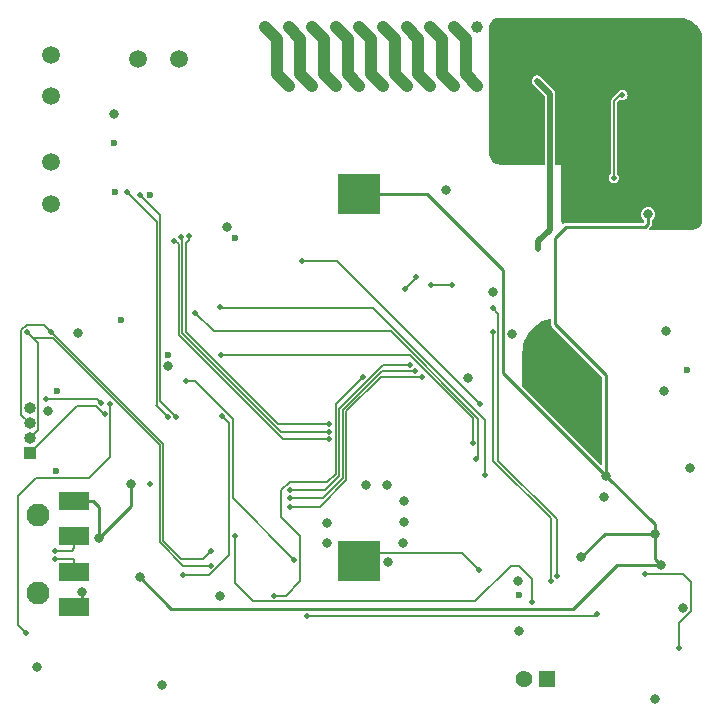
<source format=gbr>
%TF.GenerationSoftware,KiCad,Pcbnew,(6.0.0)*%
%TF.CreationDate,2022-06-10T16:52:28+01:00*%
%TF.ProjectId,flora,666c6f72-612e-46b6-9963-61645f706362,B*%
%TF.SameCoordinates,Original*%
%TF.FileFunction,Copper,L4,Bot*%
%TF.FilePolarity,Positive*%
%FSLAX46Y46*%
G04 Gerber Fmt 4.6, Leading zero omitted, Abs format (unit mm)*
G04 Created by KiCad (PCBNEW (6.0.0)) date 2022-06-10 16:52:28*
%MOMM*%
%LPD*%
G01*
G04 APERTURE LIST*
%TA.AperFunction,EtchedComponent*%
%ADD10C,1.000000*%
%TD*%
%TA.AperFunction,ComponentPad*%
%ADD11C,1.950000*%
%TD*%
%TA.AperFunction,ComponentPad*%
%ADD12C,1.500000*%
%TD*%
%TA.AperFunction,ComponentPad*%
%ADD13R,1.425000X1.425000*%
%TD*%
%TA.AperFunction,ComponentPad*%
%ADD14C,1.425000*%
%TD*%
%TA.AperFunction,ComponentPad*%
%ADD15R,1.000000X1.000000*%
%TD*%
%TA.AperFunction,ComponentPad*%
%ADD16O,1.000000X1.000000*%
%TD*%
%TA.AperFunction,ComponentPad*%
%ADD17C,1.000000*%
%TD*%
%TA.AperFunction,SMDPad,CuDef*%
%ADD18R,3.600000X3.400000*%
%TD*%
%TA.AperFunction,SMDPad,CuDef*%
%ADD19R,2.540000X1.524000*%
%TD*%
%TA.AperFunction,ViaPad*%
%ADD20C,0.500000*%
%TD*%
%TA.AperFunction,ViaPad*%
%ADD21C,0.800000*%
%TD*%
%TA.AperFunction,ViaPad*%
%ADD22C,0.600000*%
%TD*%
%TA.AperFunction,Conductor*%
%ADD23C,0.150000*%
%TD*%
%TA.AperFunction,Conductor*%
%ADD24C,0.250000*%
%TD*%
%TA.AperFunction,Conductor*%
%ADD25C,0.200000*%
%TD*%
%TA.AperFunction,Conductor*%
%ADD26C,0.500000*%
%TD*%
G04 APERTURE END LIST*
D10*
%TO.C,AE1*%
X213250000Y-108250000D02*
X213250000Y-111250000D01*
X197250000Y-108250000D02*
X197250000Y-111250000D01*
X209250000Y-108250000D02*
X209250000Y-111250000D01*
X197250000Y-111250000D02*
X198250000Y-112250000D01*
X204250000Y-107250000D02*
X205250000Y-108250000D01*
X207250000Y-108250000D02*
X207250000Y-111250000D01*
X206250000Y-107250000D02*
X207250000Y-108250000D01*
X207250000Y-111250000D02*
X208250000Y-112250000D01*
X212250000Y-107250000D02*
X213250000Y-108250000D01*
X200250000Y-107250000D02*
X201250000Y-108250000D01*
X198250000Y-107250000D02*
X199250000Y-108250000D01*
X203250000Y-108250000D02*
X203250000Y-111250000D01*
X201250000Y-108250000D02*
X201250000Y-111250000D01*
X199250000Y-111250000D02*
X200250000Y-112250000D01*
X199250000Y-108250000D02*
X199250000Y-111250000D01*
X210250000Y-107250000D02*
X211250000Y-108250000D01*
X202250000Y-107250000D02*
X203250000Y-108250000D01*
X208250000Y-107250000D02*
X209250000Y-108250000D01*
X209250000Y-111250000D02*
X210250000Y-112250000D01*
X203250000Y-111250000D02*
X204250000Y-112250000D01*
X196250000Y-107250000D02*
X197250000Y-108250000D01*
X211250000Y-108250000D02*
X211250000Y-111250000D01*
X211250000Y-111250000D02*
X212250000Y-112250000D01*
X201250000Y-111250000D02*
X202250000Y-112250000D01*
X205250000Y-108250000D02*
X205250000Y-111250000D01*
X213250000Y-111250000D02*
X214250000Y-112250000D01*
X205250000Y-111250000D02*
X206250000Y-112250000D01*
%TD*%
D11*
%TO.P,J4,MH1,MH1*%
%TO.N,unconnected-(J4-PadMH1)*%
X177025000Y-148550000D03*
%TO.P,J4,MH2,MH2*%
%TO.N,unconnected-(J4-PadMH2)*%
X177025000Y-155150000D03*
%TD*%
D12*
%TO.P,J3,1,1*%
%TO.N,GPIO13*%
X189000000Y-109950000D03*
%TO.P,J3,2,2*%
%TO.N,GND*%
X185500000Y-109950000D03*
%TD*%
D13*
%TO.P,J5,1,1*%
%TO.N,GND*%
X220150000Y-162450000D03*
D14*
%TO.P,J5,2,2*%
%TO.N,+VSW*%
X218150000Y-162450000D03*
%TD*%
D15*
%TO.P,J6,1,Pin_1*%
%TO.N,/Microcontroller/DTR*%
X176350000Y-143350000D03*
D16*
%TO.P,J6,2,Pin_2*%
%TO.N,/Microcontroller/U0TXD*%
X176350000Y-142080000D03*
%TO.P,J6,3,Pin_3*%
%TO.N,/Microcontroller/U0RXD*%
X176350000Y-140810000D03*
%TO.P,J6,4,Pin_4*%
%TO.N,/Microcontroller/RTS*%
X176350000Y-139540000D03*
%TD*%
D17*
%TO.P,AE1,*%
%TO.N,*%
X208250000Y-112250000D03*
X214250000Y-107250000D03*
X208250000Y-107250000D03*
X204250000Y-112250000D03*
X196250000Y-107250000D03*
X204250000Y-107250000D03*
X206250000Y-107250000D03*
X198250000Y-107250000D03*
X200250000Y-107250000D03*
X210250000Y-112250000D03*
X202250000Y-112250000D03*
X206250000Y-112250000D03*
X202250000Y-107250000D03*
X212250000Y-107250000D03*
X210250000Y-107250000D03*
X200250000Y-112250000D03*
X198250000Y-112250000D03*
X212250000Y-112250000D03*
X214250000Y-112250000D03*
%TD*%
D12*
%TO.P,J1,1,1*%
%TO.N,GPIO14*%
X178150000Y-118700000D03*
%TO.P,J1,2,2*%
%TO.N,GND*%
X178150000Y-122200000D03*
%TD*%
%TO.P,J2,1,1*%
%TO.N,GPIO12*%
X178150000Y-109600000D03*
%TO.P,J2,2,2*%
%TO.N,GND*%
X178150000Y-113100000D03*
%TD*%
D18*
%TO.P,BT1,1,+*%
%TO.N,VDD*%
X204198921Y-121350000D03*
%TO.P,BT1,2,-*%
%TO.N,Net-(BT1-Pad2)*%
X204198921Y-152450000D03*
%TD*%
D19*
%TO.P,TP3,1,VBUS*%
%TO.N,VBUS*%
X180100000Y-147350000D03*
%TO.P,TP3,2,D-*%
%TO.N,D-*%
X180100000Y-150350000D03*
%TO.P,TP3,3,D+*%
%TO.N,D+*%
X180100000Y-153350000D03*
%TO.P,TP3,4,GND*%
%TO.N,GND*%
X180100000Y-156350000D03*
%TD*%
D20*
%TO.N,EN*%
X198735523Y-152335523D03*
X183152684Y-139147316D03*
X176050000Y-158550000D03*
X189600000Y-137220000D03*
%TO.N,GPIO0*%
X192620000Y-140180000D03*
X189350000Y-153650000D03*
D21*
%TO.N,VBUS*%
X184950000Y-145950000D03*
X182200000Y-150550000D03*
D20*
%TO.N,GPIO25*%
X214850000Y-145150000D03*
X192450000Y-130950000D03*
%TO.N,GPIO26*%
X190350000Y-131450000D03*
X214150000Y-143850000D03*
%TO.N,GPIO27*%
X192550000Y-135050000D03*
X213850000Y-142450000D03*
%TO.N,GPIO14*%
X199350000Y-127050000D03*
X214450000Y-139150000D03*
X201650000Y-142149006D03*
X188550000Y-125350000D03*
%TO.N,GPIO12*%
X189106944Y-125015834D03*
X201650000Y-141499503D03*
%TO.N,GPIO13*%
X189850000Y-124950000D03*
X201650000Y-140850000D03*
%TO.N,GPIO16*%
X185650000Y-121450000D03*
X188750000Y-140250000D03*
%TO.N,GPIO17*%
X188050000Y-140250000D03*
X184550000Y-121250000D03*
%TO.N,GPIO5*%
X198350000Y-146450000D03*
X208550000Y-135850000D03*
%TO.N,GPIO18*%
X208939702Y-136369602D03*
X198350000Y-147150000D03*
X212050000Y-129050000D03*
X210350000Y-129050000D03*
%TO.N,GPIO21*%
X193724500Y-150350000D03*
X218850000Y-155950000D03*
%TO.N,/Microcontroller/U0RXD*%
X178150000Y-133050000D03*
X191650000Y-151650000D03*
%TO.N,/Microcontroller/U0TXD*%
X191650000Y-152850000D03*
X176150000Y-133050000D03*
%TO.N,GPIO22*%
X199850000Y-157099011D03*
X224400000Y-156950000D03*
%TO.N,Net-(C10-Pad2)*%
X226500000Y-113000000D03*
X225800000Y-120000000D03*
%TO.N,D-*%
X178471551Y-151572048D03*
%TO.N,D+*%
X178500000Y-152250000D03*
D21*
%TO.N,VDD*%
X229750000Y-152824500D03*
X223050000Y-152150000D03*
X229250000Y-150150000D03*
X185650000Y-153850000D03*
X228700000Y-123100000D03*
X225150000Y-145250000D03*
D22*
%TO.N,+3V3*%
X231950000Y-136250000D03*
X183450000Y-117050000D03*
X178650000Y-138089500D03*
X193700000Y-125100000D03*
X188050000Y-134990000D03*
X186550000Y-121450000D03*
X183550000Y-121250000D03*
X184050000Y-132019502D03*
X217750000Y-155350000D03*
X178550000Y-144850000D03*
D20*
%TO.N,Net-(BT1-Pad2)*%
X214350000Y-153250000D03*
%TO.N,Net-(JP5-Pad1)*%
X215550000Y-131050000D03*
X220961323Y-153749500D03*
%TO.N,Net-(D2-Pad1)*%
X231350000Y-159850000D03*
X228450000Y-153550000D03*
%TO.N,Net-(C14-Pad1)*%
X219400000Y-126000000D03*
X219300000Y-111800000D03*
%TO.N,Net-(JP4-Pad1)*%
X220450000Y-154150000D03*
X215550000Y-133050000D03*
%TO.N,Net-(IC7-Pad2)*%
X223550000Y-137850000D03*
%TO.N,/Microcontroller/RTS*%
X182385523Y-139114477D03*
X177750000Y-138750000D03*
%TO.N,/Microcontroller/DTR*%
X182678184Y-140050000D03*
D21*
%TO.N,GND*%
X193000000Y-124200000D03*
D20*
X222300000Y-118300000D03*
D21*
X183450000Y-114650000D03*
X230250000Y-132950000D03*
D20*
X222300000Y-119600000D03*
D21*
X215581672Y-129697778D03*
D20*
X221300000Y-116300000D03*
X232500000Y-116700000D03*
X223300000Y-121600000D03*
X223300000Y-120600000D03*
D21*
X232250000Y-144550000D03*
X187550000Y-162950000D03*
D20*
X223300000Y-122600000D03*
X231400000Y-114700000D03*
D21*
X230050000Y-138062500D03*
D20*
X232500000Y-115700000D03*
X222300000Y-121600000D03*
X222300000Y-117300000D03*
D21*
X180450000Y-133150000D03*
X180800000Y-155050000D03*
D20*
X222300000Y-120600000D03*
X222300000Y-113300000D03*
D21*
X225100000Y-121400000D03*
D20*
X227400000Y-114700000D03*
D21*
X207950000Y-150950000D03*
X192450000Y-155450000D03*
D20*
X232500000Y-113700000D03*
X231400000Y-115700000D03*
X231400000Y-116700000D03*
X222300000Y-114300000D03*
X229400000Y-115700000D03*
X232500000Y-114700000D03*
X222300000Y-115300000D03*
X221300000Y-117300000D03*
X221300000Y-112300000D03*
D21*
X217650000Y-154150000D03*
X208050000Y-149150000D03*
D20*
X223300000Y-119600000D03*
X228400000Y-115700000D03*
X230400000Y-115700000D03*
X221300000Y-113300000D03*
X227400000Y-115700000D03*
X229400000Y-116700000D03*
D21*
X201550000Y-150950000D03*
D20*
X230400000Y-116700000D03*
D21*
X177850000Y-139750000D03*
X231650000Y-156450000D03*
D20*
X229400000Y-114700000D03*
D21*
X217750000Y-158350000D03*
D20*
X222300000Y-123600000D03*
D21*
X217200000Y-133200000D03*
X213450000Y-136950000D03*
D20*
X232500000Y-117700000D03*
D21*
X206698423Y-152550000D03*
X208050000Y-147350000D03*
X204850000Y-146050000D03*
D20*
X230400000Y-114700000D03*
X221300000Y-115300000D03*
X221300000Y-118300000D03*
X222300000Y-112300000D03*
D21*
X188050000Y-135950000D03*
D20*
X227400000Y-116700000D03*
D21*
X201550000Y-149250000D03*
X176950000Y-161450000D03*
D20*
X228400000Y-116700000D03*
X221300000Y-114300000D03*
D21*
X211550000Y-121050000D03*
D20*
X223300000Y-123600000D03*
X222300000Y-122600000D03*
D21*
X229200000Y-109700000D03*
X224950000Y-147050000D03*
D20*
X228400000Y-114700000D03*
D21*
X206550000Y-146050000D03*
D20*
X222300000Y-116300000D03*
D21*
X229250000Y-164150000D03*
D20*
X186550000Y-145950000D03*
%TO.N,GPIO19*%
X209550000Y-136850000D03*
X198350000Y-147850000D03*
%TO.N,GPIO23*%
X197050000Y-155400011D03*
X204514477Y-136914477D03*
X209050000Y-128450000D03*
X208075500Y-129450000D03*
%TD*%
D23*
%TO.N,EN*%
X175350000Y-146950000D02*
X176850000Y-145450000D01*
X190331061Y-137220000D02*
X189600000Y-137220000D01*
X175350000Y-157850000D02*
X175350000Y-146950000D01*
X193549520Y-140438459D02*
X190331061Y-137220000D01*
X183152684Y-143647316D02*
X183152684Y-139147316D01*
X193549520Y-147149520D02*
X193549520Y-140438459D01*
X176050000Y-158550000D02*
X175350000Y-157850000D01*
X198735523Y-152335523D02*
X193549520Y-147149520D01*
X181350000Y-145450000D02*
X183152684Y-143647316D01*
X176850000Y-145450000D02*
X181350000Y-145450000D01*
%TO.N,GPIO0*%
X193250000Y-151921061D02*
X193250000Y-140810000D01*
X189350000Y-153650000D02*
X191521061Y-153650000D01*
X191521061Y-153650000D02*
X193250000Y-151921061D01*
X193250000Y-140810000D02*
X192620000Y-140180000D01*
D24*
%TO.N,VBUS*%
X181700000Y-147350000D02*
X180100000Y-147350000D01*
X184950000Y-147800000D02*
X182200000Y-150550000D01*
X184950000Y-145950000D02*
X184950000Y-147800000D01*
X182200000Y-150550000D02*
X182200000Y-147850000D01*
X182200000Y-147850000D02*
X181700000Y-147350000D01*
D23*
%TO.N,GPIO25*%
X205368232Y-131050000D02*
X192550000Y-131050000D01*
X192550000Y-131050000D02*
X192450000Y-130950000D01*
X214850000Y-145150000D02*
X214850000Y-140531768D01*
X214850000Y-140531768D02*
X205368232Y-131050000D01*
%TO.N,GPIO26*%
X191902677Y-133002677D02*
X206897323Y-133002677D01*
X206897323Y-133002677D02*
X214324511Y-140429864D01*
X214324511Y-143675489D02*
X214150000Y-143850000D01*
X190350000Y-131450000D02*
X191902677Y-133002677D01*
X214324511Y-140429864D02*
X214324511Y-143675489D01*
%TO.N,GPIO27*%
X213850000Y-142450000D02*
X213850000Y-140378939D01*
X213850000Y-140378939D02*
X208521061Y-135050000D01*
X192550000Y-135050000D02*
X208521061Y-135050000D01*
%TO.N,GPIO14*%
X188950000Y-133297170D02*
X188950000Y-125650000D01*
X188650000Y-125350000D02*
X188550000Y-125350000D01*
X214450000Y-139150000D02*
X202350000Y-127050000D01*
X201650000Y-142149006D02*
X197801836Y-142149006D01*
X197801836Y-142149006D02*
X188950000Y-133297170D01*
X202350000Y-127050000D02*
X199350000Y-127050000D01*
X188950000Y-125650000D02*
X188650000Y-125350000D01*
%TO.N,GPIO12*%
X189250000Y-133173585D02*
X189250000Y-125158890D01*
X197575918Y-141499503D02*
X189250000Y-133173585D01*
X201650000Y-141499503D02*
X197575918Y-141499503D01*
X189250000Y-125158890D02*
X189106944Y-125015834D01*
%TO.N,GPIO13*%
X189850000Y-125250000D02*
X189850000Y-124950000D01*
X201650000Y-140850000D02*
X197350000Y-140850000D01*
X189550000Y-133050000D02*
X189550000Y-125550000D01*
X197350000Y-140850000D02*
X189550000Y-133050000D01*
X189550000Y-125550000D02*
X189850000Y-125250000D01*
%TO.N,GPIO16*%
X187375489Y-138875489D02*
X187375489Y-123175489D01*
X188750000Y-140250000D02*
X187375489Y-138875489D01*
X187375489Y-123175489D02*
X185650000Y-121450000D01*
%TO.N,GPIO17*%
X187075969Y-123775969D02*
X184550000Y-121250000D01*
X187050000Y-139250000D02*
X188050000Y-140250000D01*
X187075969Y-139275969D02*
X187075969Y-123775969D01*
%TO.N,GPIO5*%
X198350000Y-146450000D02*
X201350000Y-146450000D01*
X206250000Y-135850000D02*
X208550000Y-135850000D01*
X201350000Y-146450000D02*
X202549520Y-145250480D01*
X202549520Y-145250480D02*
X202549520Y-139550481D01*
X202549520Y-139550481D02*
X206250000Y-135850000D01*
%TO.N,GPIO18*%
X206153985Y-136369602D02*
X208939702Y-136369602D01*
X210350000Y-129050000D02*
X212050000Y-129050000D01*
X198350000Y-147150000D02*
X201150000Y-147150000D01*
X202850000Y-139673587D02*
X206153985Y-136369602D01*
X202850000Y-145450000D02*
X202850000Y-139673587D01*
X201150000Y-147150000D02*
X202850000Y-145450000D01*
%TO.N,GPIO21*%
X217750000Y-152850000D02*
X218850000Y-153950000D01*
X217050000Y-152850000D02*
X217750000Y-152850000D01*
X193724500Y-150350000D02*
X193724500Y-154324500D01*
X214025489Y-155874511D02*
X217050000Y-152850000D01*
X218850000Y-153950000D02*
X218850000Y-155950000D01*
X193724500Y-154324500D02*
X195274511Y-155874511D01*
X195274511Y-155874511D02*
X214025489Y-155874511D01*
%TO.N,/Microcontroller/U0RXD*%
X187650000Y-142550000D02*
X187650000Y-150750000D01*
X176078939Y-132450000D02*
X177550000Y-132450000D01*
X191050000Y-152250000D02*
X191650000Y-151650000D01*
X189150000Y-152250000D02*
X191050000Y-152250000D01*
X178150000Y-133050000D02*
X187650000Y-142550000D01*
X187650000Y-150750000D02*
X189150000Y-152250000D01*
X177550000Y-132450000D02*
X178150000Y-133050000D01*
X176350000Y-140810000D02*
X175625489Y-140085489D01*
X175625489Y-140085489D02*
X175625489Y-132903450D01*
X175625489Y-132903450D02*
X176078939Y-132450000D01*
%TO.N,/Microcontroller/U0TXD*%
X176711793Y-133611793D02*
X178288207Y-133611793D01*
X176350000Y-142080000D02*
X177074511Y-141355489D01*
X176150000Y-133050000D02*
X177074511Y-133974511D01*
X187350480Y-142674066D02*
X187350480Y-150874066D01*
X178288207Y-133611793D02*
X187350480Y-142674066D01*
X177074511Y-141355489D02*
X177074511Y-133974511D01*
X187350480Y-150874066D02*
X189326414Y-152850000D01*
X189326414Y-152850000D02*
X191650000Y-152850000D01*
%TO.N,GPIO22*%
X199900989Y-157150000D02*
X224200000Y-157150000D01*
X224200000Y-157150000D02*
X224400000Y-156950000D01*
X199850000Y-157099011D02*
X199900989Y-157150000D01*
%TO.N,Net-(C10-Pad2)*%
X225800000Y-113500000D02*
X226300000Y-113000000D01*
X226300000Y-113000000D02*
X226500000Y-113000000D01*
X225800000Y-120000000D02*
X225800000Y-113500000D01*
D25*
%TO.N,D-*%
X178471551Y-151572048D02*
X179877952Y-151572048D01*
X180100000Y-151350000D02*
X180100000Y-150350000D01*
X179877952Y-151572048D02*
X180100000Y-151350000D01*
%TO.N,D+*%
X180000000Y-152250000D02*
X180100000Y-152350000D01*
X178500000Y-152250000D02*
X180000000Y-152250000D01*
X180100000Y-152350000D02*
X180100000Y-153350000D01*
D24*
%TO.N,VDD*%
X220800000Y-132400000D02*
X225150000Y-136750000D01*
X185650000Y-153850000D02*
X188324511Y-156524511D01*
X229250000Y-152324500D02*
X229750000Y-152824500D01*
X222375489Y-156524511D02*
X188324511Y-156524511D01*
X209950000Y-121350000D02*
X216424031Y-127824031D01*
X216424031Y-136524031D02*
X216424031Y-127824031D01*
X228700000Y-123900000D02*
X228425489Y-124174511D01*
X225150000Y-145250000D02*
X216424031Y-136524031D01*
X223050000Y-152150000D02*
X225050000Y-150150000D01*
X229250000Y-150150000D02*
X229250000Y-152324500D01*
X226075500Y-152824500D02*
X222375489Y-156524511D01*
X204198921Y-121350000D02*
X209950000Y-121350000D01*
X225150000Y-136750000D02*
X225150000Y-145250000D01*
X221725489Y-124174511D02*
X220800000Y-125100000D01*
X229250000Y-149350000D02*
X229250000Y-150150000D01*
X225150000Y-145250000D02*
X229250000Y-149350000D01*
X228425489Y-124174511D02*
X221725489Y-124174511D01*
X220800000Y-125100000D02*
X220800000Y-132400000D01*
X228700000Y-123100000D02*
X228700000Y-123900000D01*
X225050000Y-150150000D02*
X229250000Y-150150000D01*
X229750000Y-152824500D02*
X226075500Y-152824500D01*
D25*
%TO.N,Net-(BT1-Pad2)*%
X214350000Y-153250000D02*
X212900000Y-151800000D01*
X212900000Y-151800000D02*
X204298921Y-151800000D01*
D23*
%TO.N,Net-(JP5-Pad1)*%
X216024511Y-144000925D02*
X220961323Y-148937738D01*
X216024511Y-131524511D02*
X215550000Y-131050000D01*
X220961323Y-153749500D02*
X220961323Y-148937738D01*
X216024511Y-144000925D02*
X216024511Y-131524511D01*
%TO.N,Net-(D2-Pad1)*%
X232324511Y-156729393D02*
X232324511Y-154224511D01*
X232324511Y-154224511D02*
X231650000Y-153550000D01*
X231350000Y-159850000D02*
X231350000Y-157703904D01*
X231650000Y-153550000D02*
X228450000Y-153550000D01*
X231350000Y-157703904D02*
X232324511Y-156729393D01*
D26*
%TO.N,Net-(C14-Pad1)*%
X220400000Y-124400000D02*
X220400000Y-112900000D01*
X219400000Y-126000000D02*
X219400000Y-125400000D01*
X219400000Y-125400000D02*
X220400000Y-124400000D01*
X220400000Y-112900000D02*
X219300000Y-111800000D01*
D23*
%TO.N,Net-(JP4-Pad1)*%
X215550000Y-143950000D02*
X215550000Y-133050000D01*
X215550000Y-143950000D02*
X220450000Y-148850000D01*
X220450000Y-154150000D02*
X220450000Y-148850000D01*
%TO.N,/Microcontroller/RTS*%
X177750000Y-138750000D02*
X182021046Y-138750000D01*
X182021046Y-138750000D02*
X182385523Y-139114477D01*
%TO.N,/Microcontroller/DTR*%
X182650000Y-140050000D02*
X182678184Y-140050000D01*
X176350000Y-143350000D02*
X180350000Y-139350000D01*
X181950000Y-139350000D02*
X182650000Y-140050000D01*
X180350000Y-139350000D02*
X181950000Y-139350000D01*
D24*
%TO.N,GND*%
X180800000Y-155650000D02*
X180800000Y-155050000D01*
X180100000Y-156350000D02*
X180800000Y-155650000D01*
D23*
%TO.N,GPIO19*%
X203150000Y-139797173D02*
X206097173Y-136850000D01*
X198350000Y-147850000D02*
X200873585Y-147850000D01*
X203150000Y-145573585D02*
X203150000Y-139797173D01*
X200873585Y-147850000D02*
X203150000Y-145573585D01*
X206097173Y-136850000D02*
X209550000Y-136850000D01*
%TO.N,GPIO23*%
X198350000Y-145750000D02*
X201550000Y-145750000D01*
X202250000Y-139178954D02*
X204514477Y-136914477D01*
X197650000Y-146450000D02*
X198350000Y-145750000D01*
X197650000Y-148750000D02*
X197650000Y-146450000D01*
X199250000Y-150350000D02*
X197650000Y-148750000D01*
X201550000Y-145750000D02*
X202250000Y-145050000D01*
X209050000Y-128475500D02*
X208075500Y-129450000D01*
X202250000Y-145050000D02*
X202250000Y-139178954D01*
X197050000Y-155400011D02*
X197999989Y-155400011D01*
X199250000Y-154150000D02*
X199250000Y-150350000D01*
X197999989Y-155400011D02*
X199250000Y-154150000D01*
X209050000Y-128450000D02*
X209050000Y-128475500D01*
%TD*%
%TA.AperFunction,Conductor*%
%TO.N,Net-(IC7-Pad2)*%
G36*
X220437895Y-131933351D02*
G01*
X220470192Y-131972327D01*
X220474500Y-131997207D01*
X220474500Y-132382559D01*
X220474218Y-132389009D01*
X220470736Y-132428807D01*
X220472412Y-132435060D01*
X220481078Y-132467401D01*
X220482476Y-132473706D01*
X220487482Y-132502097D01*
X220489412Y-132513045D01*
X220492647Y-132518647D01*
X220494361Y-132523358D01*
X220496649Y-132528882D01*
X220498771Y-132533432D01*
X220500446Y-132539684D01*
X220504158Y-132544986D01*
X220504159Y-132544987D01*
X220523362Y-132572411D01*
X220526828Y-132577851D01*
X220546806Y-132612455D01*
X220551766Y-132616617D01*
X220551767Y-132616618D01*
X220577415Y-132638140D01*
X220582175Y-132642501D01*
X224802826Y-136863152D01*
X224824218Y-136909028D01*
X224824500Y-136915478D01*
X224824500Y-144285522D01*
X224807187Y-144333088D01*
X224763350Y-144358398D01*
X224713500Y-144349608D01*
X224698174Y-144337848D01*
X218071674Y-137711348D01*
X218050282Y-137665472D01*
X218050000Y-137659022D01*
X218050000Y-134852083D01*
X218050116Y-134847934D01*
X218068630Y-134518248D01*
X218069559Y-134510012D01*
X218124519Y-134186538D01*
X218126365Y-134178449D01*
X218217200Y-133863156D01*
X218219941Y-133855324D01*
X218345502Y-133552191D01*
X218349102Y-133544714D01*
X218507819Y-133257537D01*
X218512235Y-133250510D01*
X218702097Y-132982926D01*
X218707271Y-132976438D01*
X218925912Y-132731779D01*
X218931779Y-132725912D01*
X219176438Y-132507271D01*
X219182926Y-132502097D01*
X219277405Y-132435060D01*
X219450512Y-132312234D01*
X219457537Y-132307819D01*
X219744714Y-132149102D01*
X219752191Y-132145502D01*
X220055324Y-132019941D01*
X220063156Y-132017200D01*
X220378449Y-131926365D01*
X220386523Y-131924522D01*
X220388102Y-131924253D01*
X220437895Y-131933351D01*
G37*
%TD.AperFunction*%
%TD*%
%TA.AperFunction,Conductor*%
%TO.N,GND*%
G36*
X231439666Y-106502522D02*
G01*
X231450000Y-106505291D01*
X231459410Y-106502770D01*
X231468608Y-106502770D01*
X231478056Y-106501839D01*
X231686639Y-106515510D01*
X231696235Y-106516774D01*
X231924061Y-106562091D01*
X231933400Y-106564593D01*
X232153376Y-106639265D01*
X232162307Y-106642964D01*
X232370655Y-106745710D01*
X232379033Y-106750548D01*
X232511110Y-106838798D01*
X232572176Y-106879601D01*
X232579853Y-106885492D01*
X232754506Y-107038658D01*
X232761342Y-107045494D01*
X232895031Y-107197937D01*
X232914506Y-107220144D01*
X232920399Y-107227824D01*
X233049452Y-107420967D01*
X233054290Y-107429345D01*
X233157036Y-107637693D01*
X233160736Y-107646627D01*
X233235405Y-107866594D01*
X233237910Y-107875944D01*
X233283226Y-108103765D01*
X233284490Y-108113362D01*
X233298161Y-108321943D01*
X233297230Y-108331392D01*
X233297230Y-108340590D01*
X233294709Y-108350000D01*
X233297231Y-108359411D01*
X233297478Y-108360334D01*
X233300000Y-108379487D01*
X233300000Y-123520513D01*
X233297478Y-123539666D01*
X233294709Y-123550000D01*
X233297231Y-123559412D01*
X233297231Y-123569153D01*
X233296547Y-123569153D01*
X233297258Y-123577837D01*
X233284382Y-123708573D01*
X233281552Y-123722801D01*
X233237413Y-123868307D01*
X233231861Y-123881709D01*
X233160184Y-124015807D01*
X233152125Y-124027869D01*
X233115570Y-124072412D01*
X233058060Y-124142489D01*
X233055665Y-124145407D01*
X233045407Y-124155665D01*
X232927869Y-124252125D01*
X232915807Y-124260184D01*
X232781709Y-124331861D01*
X232768307Y-124337413D01*
X232622801Y-124381552D01*
X232608573Y-124384382D01*
X232477837Y-124397258D01*
X232469153Y-124396547D01*
X232469153Y-124397231D01*
X232459412Y-124397231D01*
X232450000Y-124394709D01*
X232440588Y-124397231D01*
X232439666Y-124397478D01*
X232420513Y-124400000D01*
X228838978Y-124400000D01*
X228791412Y-124382687D01*
X228766102Y-124338850D01*
X228774892Y-124289000D01*
X228786652Y-124273674D01*
X228800143Y-124260184D01*
X228917838Y-124142489D01*
X228922598Y-124138128D01*
X228948236Y-124116616D01*
X228948238Y-124116613D01*
X228953194Y-124112455D01*
X228973170Y-124077856D01*
X228976638Y-124072412D01*
X228995842Y-124044985D01*
X228999554Y-124039684D01*
X229001230Y-124033430D01*
X229003336Y-124028913D01*
X229005646Y-124023338D01*
X229007352Y-124018650D01*
X229010588Y-124013045D01*
X229017527Y-123973696D01*
X229018924Y-123967396D01*
X229027587Y-123935062D01*
X229029263Y-123928807D01*
X229025782Y-123889017D01*
X229025500Y-123882568D01*
X229025500Y-123643641D01*
X229042813Y-123596075D01*
X229054450Y-123584935D01*
X229128282Y-123528282D01*
X229190603Y-123447064D01*
X229221584Y-123406689D01*
X229221586Y-123406685D01*
X229224536Y-123402841D01*
X229285044Y-123256762D01*
X229305682Y-123100000D01*
X229285044Y-122943238D01*
X229224536Y-122797159D01*
X229221586Y-122793315D01*
X229221584Y-122793311D01*
X229131237Y-122675569D01*
X229128282Y-122671718D01*
X229124431Y-122668763D01*
X229006689Y-122578416D01*
X229006685Y-122578414D01*
X229002841Y-122575464D01*
X228856762Y-122514956D01*
X228851960Y-122514324D01*
X228851957Y-122514323D01*
X228704808Y-122494951D01*
X228700000Y-122494318D01*
X228695192Y-122494951D01*
X228548043Y-122514323D01*
X228548040Y-122514324D01*
X228543238Y-122514956D01*
X228397159Y-122575464D01*
X228393315Y-122578414D01*
X228393311Y-122578416D01*
X228275569Y-122668763D01*
X228271718Y-122671718D01*
X228268763Y-122675569D01*
X228178416Y-122793311D01*
X228178414Y-122793315D01*
X228175464Y-122797159D01*
X228114956Y-122943238D01*
X228094318Y-123100000D01*
X228114956Y-123256762D01*
X228175464Y-123402841D01*
X228178414Y-123406685D01*
X228178416Y-123406689D01*
X228209397Y-123447064D01*
X228271718Y-123528282D01*
X228345549Y-123584934D01*
X228372746Y-123627624D01*
X228374500Y-123643641D01*
X228374500Y-123734521D01*
X228357187Y-123782087D01*
X228352827Y-123786846D01*
X228312338Y-123827336D01*
X228266461Y-123848729D01*
X228260011Y-123849011D01*
X221742922Y-123849011D01*
X221736473Y-123848729D01*
X221733756Y-123848491D01*
X221696682Y-123845248D01*
X221690427Y-123846924D01*
X221658093Y-123855587D01*
X221651793Y-123856984D01*
X221618817Y-123862799D01*
X221618816Y-123862799D01*
X221612444Y-123863923D01*
X221606839Y-123867159D01*
X221602151Y-123868865D01*
X221596585Y-123871171D01*
X221592060Y-123873281D01*
X221585805Y-123874957D01*
X221580503Y-123878670D01*
X221580500Y-123878671D01*
X221553078Y-123897873D01*
X221547638Y-123901339D01*
X221513034Y-123921317D01*
X221508874Y-123926275D01*
X221503911Y-123930439D01*
X221501965Y-123928120D01*
X221468515Y-123947425D01*
X221418667Y-123938626D01*
X221390417Y-123909431D01*
X221379555Y-123889110D01*
X221374005Y-123875711D01*
X221321331Y-123702063D01*
X221318501Y-123687837D01*
X221300356Y-123503615D01*
X221300000Y-123496361D01*
X221300000Y-119994440D01*
X225344901Y-119994440D01*
X225345584Y-119999663D01*
X225345584Y-119999666D01*
X225352123Y-120049665D01*
X225361633Y-120122394D01*
X225363756Y-120127219D01*
X225366441Y-120133320D01*
X225413605Y-120240510D01*
X225496639Y-120339291D01*
X225604060Y-120410796D01*
X225609092Y-120412368D01*
X225609094Y-120412369D01*
X225644714Y-120423497D01*
X225727233Y-120449278D01*
X225732501Y-120449375D01*
X225732504Y-120449375D01*
X225786552Y-120450365D01*
X225856255Y-120451643D01*
X225861338Y-120450257D01*
X225861340Y-120450257D01*
X225975671Y-120419086D01*
X225980755Y-120417700D01*
X226090724Y-120350179D01*
X226177322Y-120254507D01*
X226233588Y-120138375D01*
X226254997Y-120011120D01*
X226255133Y-120000000D01*
X226236839Y-119872259D01*
X226183428Y-119754788D01*
X226179408Y-119750122D01*
X226102635Y-119661022D01*
X226102633Y-119661020D01*
X226099193Y-119657028D01*
X226099405Y-119656845D01*
X226076391Y-119615151D01*
X226075500Y-119603705D01*
X226075500Y-113644768D01*
X226092813Y-113597202D01*
X226097174Y-113592442D01*
X226253170Y-113436446D01*
X226299046Y-113415054D01*
X226327563Y-113418139D01*
X226345706Y-113423807D01*
X226427233Y-113449278D01*
X226432501Y-113449375D01*
X226432504Y-113449375D01*
X226486552Y-113450365D01*
X226556255Y-113451643D01*
X226561338Y-113450257D01*
X226561340Y-113450257D01*
X226675671Y-113419086D01*
X226680755Y-113417700D01*
X226790724Y-113350179D01*
X226877322Y-113254507D01*
X226933588Y-113138375D01*
X226954997Y-113011120D01*
X226955133Y-113000000D01*
X226939550Y-112891188D01*
X226937586Y-112877472D01*
X226937585Y-112877469D01*
X226936839Y-112872259D01*
X226915827Y-112826046D01*
X226885610Y-112759586D01*
X226885608Y-112759583D01*
X226883428Y-112754788D01*
X226876003Y-112746170D01*
X226802633Y-112661020D01*
X226802632Y-112661019D01*
X226799193Y-112657028D01*
X226794774Y-112654164D01*
X226794772Y-112654162D01*
X226695329Y-112589708D01*
X226695330Y-112589708D01*
X226690906Y-112586841D01*
X226685857Y-112585331D01*
X226685855Y-112585330D01*
X226572326Y-112551377D01*
X226572325Y-112551377D01*
X226567273Y-112549866D01*
X226501771Y-112549466D01*
X226443501Y-112549110D01*
X226443500Y-112549110D01*
X226438231Y-112549078D01*
X226314155Y-112584539D01*
X226205019Y-112653399D01*
X226201531Y-112657348D01*
X226201529Y-112657350D01*
X226198288Y-112661020D01*
X226119596Y-112750122D01*
X226117357Y-112754891D01*
X226117355Y-112754894D01*
X226089109Y-112815057D01*
X226074450Y-112835934D01*
X225629529Y-113280855D01*
X225618318Y-113290056D01*
X225601376Y-113301376D01*
X225540485Y-113392505D01*
X225539064Y-113399650D01*
X225539063Y-113399652D01*
X225531744Y-113436446D01*
X225529192Y-113449278D01*
X225519103Y-113500000D01*
X225520525Y-113507149D01*
X225523078Y-113519983D01*
X225524500Y-113534420D01*
X225524500Y-119603608D01*
X225507187Y-119651174D01*
X225504997Y-119653379D01*
X225505019Y-119653399D01*
X225419596Y-119750122D01*
X225417357Y-119754891D01*
X225417355Y-119754894D01*
X225373892Y-119847469D01*
X225364754Y-119866932D01*
X225344901Y-119994440D01*
X221300000Y-119994440D01*
X221300000Y-118900000D01*
X220850500Y-118900000D01*
X220850500Y-112931151D01*
X220851013Y-112922454D01*
X220854713Y-112891188D01*
X220855364Y-112885690D01*
X220853864Y-112877472D01*
X220844682Y-112827200D01*
X220844300Y-112824907D01*
X220836271Y-112771504D01*
X220836271Y-112771503D01*
X220835449Y-112766038D01*
X220833126Y-112761202D01*
X220833044Y-112760864D01*
X220832953Y-112760600D01*
X220832227Y-112758363D01*
X220832132Y-112758054D01*
X220831988Y-112757704D01*
X220831025Y-112752427D01*
X220803614Y-112699658D01*
X220802579Y-112697587D01*
X220779204Y-112648908D01*
X220779203Y-112648907D01*
X220776809Y-112643921D01*
X220773163Y-112639977D01*
X220772621Y-112639069D01*
X220770525Y-112635958D01*
X220768579Y-112632212D01*
X220764275Y-112627172D01*
X220726305Y-112589202D01*
X220724291Y-112587107D01*
X220688607Y-112548504D01*
X220684854Y-112544444D01*
X220680072Y-112541666D01*
X220676705Y-112538969D01*
X220670646Y-112533543D01*
X219632660Y-111495557D01*
X219628926Y-111491535D01*
X219602634Y-111461022D01*
X219599193Y-111457028D01*
X219558344Y-111430552D01*
X219554654Y-111427997D01*
X219513184Y-111397366D01*
X219507967Y-111395534D01*
X219506649Y-111394836D01*
X219500224Y-111391681D01*
X219500114Y-111391919D01*
X219495331Y-111389709D01*
X219490906Y-111386841D01*
X219469587Y-111380465D01*
X219440719Y-111371831D01*
X219437405Y-111370754D01*
X219413389Y-111362321D01*
X219385369Y-111352481D01*
X219379845Y-111352264D01*
X219378771Y-111352059D01*
X219373699Y-111351582D01*
X219372323Y-111351376D01*
X219367273Y-111349866D01*
X219348342Y-111349751D01*
X219311123Y-111349523D01*
X219308670Y-111349467D01*
X219255531Y-111347379D01*
X219255530Y-111347379D01*
X219250006Y-111347162D01*
X219244661Y-111348579D01*
X219243584Y-111348698D01*
X219241585Y-111349098D01*
X219238231Y-111349078D01*
X219180442Y-111365594D01*
X219179261Y-111365920D01*
X219119063Y-111381881D01*
X219115348Y-111384198D01*
X219114155Y-111384539D01*
X219111882Y-111385973D01*
X219111871Y-111385979D01*
X219059083Y-111419286D01*
X219058755Y-111419492D01*
X219008811Y-111450640D01*
X219004118Y-111453567D01*
X219000493Y-111457745D01*
X218961992Y-111502114D01*
X218961585Y-111502579D01*
X218919596Y-111550122D01*
X218918728Y-111551970D01*
X218915333Y-111555883D01*
X218913098Y-111560938D01*
X218913097Y-111560940D01*
X218890543Y-111611957D01*
X218889847Y-111613485D01*
X218864754Y-111666932D01*
X218864148Y-111670824D01*
X218863066Y-111673729D01*
X218862793Y-111674725D01*
X218860558Y-111679783D01*
X218859908Y-111685276D01*
X218853761Y-111737213D01*
X218853395Y-111739884D01*
X218844901Y-111794440D01*
X218845584Y-111799662D01*
X218845541Y-111803159D01*
X218845249Y-111807649D01*
X218845286Y-111808819D01*
X218844636Y-111814310D01*
X218845629Y-111819747D01*
X218845629Y-111819748D01*
X218854382Y-111867673D01*
X218854960Y-111871369D01*
X218861633Y-111922394D01*
X218863755Y-111927218D01*
X218865174Y-111932298D01*
X218865042Y-111932335D01*
X218867883Y-111941597D01*
X218867980Y-111942130D01*
X218867982Y-111942135D01*
X218868975Y-111947573D01*
X218892315Y-111992506D01*
X218894369Y-111996794D01*
X218911481Y-112035685D01*
X218911484Y-112035690D01*
X218913605Y-112040510D01*
X218917897Y-112045615D01*
X218926916Y-112059114D01*
X218931421Y-112067788D01*
X218935725Y-112072828D01*
X218965115Y-112102218D01*
X218969435Y-112106928D01*
X218993249Y-112135259D01*
X218993252Y-112135262D01*
X218996639Y-112139291D01*
X219001023Y-112142209D01*
X219001025Y-112142211D01*
X219007113Y-112146263D01*
X219018435Y-112155538D01*
X219927826Y-113064929D01*
X219949218Y-113110805D01*
X219949500Y-113117255D01*
X219949500Y-118826000D01*
X219932187Y-118873566D01*
X219888350Y-118898876D01*
X219875500Y-118900000D01*
X216203639Y-118900000D01*
X216196386Y-118899644D01*
X216173592Y-118897399D01*
X216012163Y-118881499D01*
X215997937Y-118878669D01*
X215842659Y-118831567D01*
X215824288Y-118825995D01*
X215810890Y-118820445D01*
X215650859Y-118734907D01*
X215638798Y-118726848D01*
X215498527Y-118611731D01*
X215488269Y-118601473D01*
X215373152Y-118461202D01*
X215365093Y-118449140D01*
X215279557Y-118289114D01*
X215274005Y-118275711D01*
X215221331Y-118102063D01*
X215218501Y-118087837D01*
X215200356Y-117903615D01*
X215200000Y-117896361D01*
X215200000Y-107403639D01*
X215200356Y-107396385D01*
X215218501Y-107212163D01*
X215221331Y-107197937D01*
X215274005Y-107024289D01*
X215279557Y-107010886D01*
X215365093Y-106850860D01*
X215373152Y-106838798D01*
X215488269Y-106698527D01*
X215498527Y-106688269D01*
X215638798Y-106573152D01*
X215650860Y-106565093D01*
X215756293Y-106508738D01*
X215791176Y-106500000D01*
X231420513Y-106500000D01*
X231439666Y-106502522D01*
G37*
%TD.AperFunction*%
%TD*%
M02*

</source>
